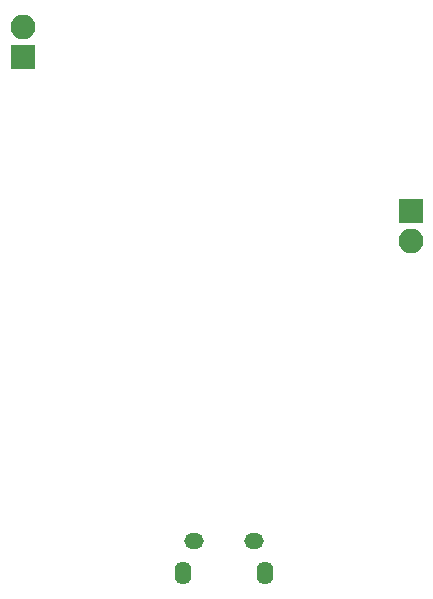
<source format=gbr>
G04 #@! TF.FileFunction,Soldermask,Bot*
%FSLAX46Y46*%
G04 Gerber Fmt 4.6, Leading zero omitted, Abs format (unit mm)*
G04 Created by KiCad (PCBNEW 4.0.4-stable) date 10/14/18 22:48:43*
%MOMM*%
%LPD*%
G01*
G04 APERTURE LIST*
%ADD10C,0.100000*%
%ADD11O,1.650000X1.350000*%
%ADD12O,1.400000X1.950000*%
%ADD13R,2.100000X2.100000*%
%ADD14O,2.100000X2.100000*%
G04 APERTURE END LIST*
D10*
D11*
X133390000Y-88566000D03*
X138390000Y-88566000D03*
D12*
X132390000Y-91266000D03*
X139390000Y-91266000D03*
D13*
X151714200Y-60579000D03*
D14*
X151714200Y-63119000D03*
D13*
X118849140Y-47525940D03*
D14*
X118849140Y-44985940D03*
M02*

</source>
